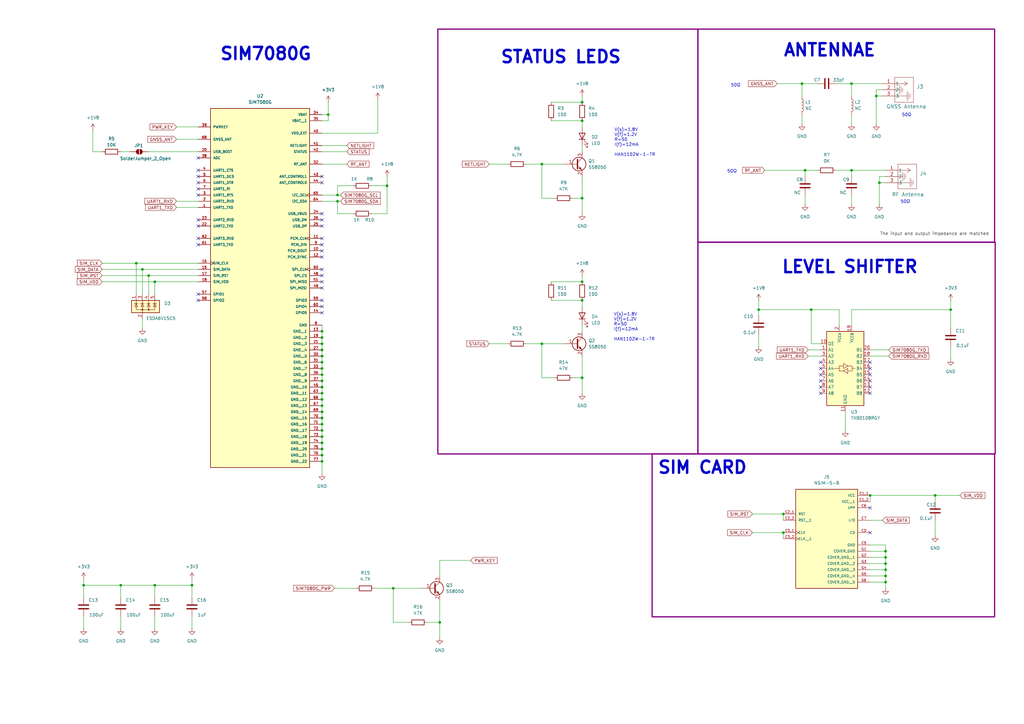
<source format=kicad_sch>
(kicad_sch (version 20231120) (generator "eeschema") (generator_version "8.0")
  (paper "A3")
  (title_block (title "IoT Gateway") (date "2024-10-15") (rev "v0.1.0") (company "Abstract Machines") (comment 1 "Designed By: Jeff Mboya") (comment 2 "Approved By:"))
  (lib_symbols
    (symbol "2024-10-22_09-22-32:CONUFL001-SMD-T" (pin_names (offset 0.254))
      (property "Reference" "J" (at 8.89 6.35 0))
      (property "Value" "CONUFL001-SMD-T" (at 0 0 0))
      (symbol "CONUFL001-SMD-T_1_1"
        (pin unspecified line (at 0 0 0) (length 5.08) (name "1") (number "1"))
        (pin unspecified line (at 0 -2.54 0) (length 5.08) (name "2") (number "2"))
        (pin unspecified line (at 0 -5.08 0) (length 5.08) (name "3") (number "3"))
      )
      (symbol "CONUFL001-SMD-T_1_2"
        (pin unspecified line (at 0 0 0) (length 5.08) (name "1") (number "1"))
        (pin unspecified line (at 0 -2.54 0) (length 5.08) (name "2") (number "2"))
        (pin unspecified line (at 0 -5.08 0) (length 5.08) (name "3") (number "3"))
      )
    )
    (symbol "Device:C" (pin_numbers hide) (pin_names (offset 0.254))
      (property "Reference" "C" (at 0.635 2.54 0))
      (property "Value" "C" (at 0.635 -2.54 0))
      (symbol "C_1_1"
        (pin passive line (at 0 3.81 270) (length 2.794) (name "~") (number "1"))
        (pin passive line (at 0 -3.81 90) (length 2.794) (name "~") (number "2"))
      )
    )
    (symbol "Device:L" (pin_numbers hide) (pin_names (offset 1.016) hide)
      (property "Reference" "L" (at -1.27 0 90))
      (property "Value" "L" (at 1.905 0 90))
      (symbol "L_1_1"
        (pin passive line (at 0 3.81 270) (length 1.27) (name "1") (number "1"))
        (pin passive line (at 0 -3.81 90) (length 1.27) (name "2") (number "2"))
      )
    )
    (symbol "Device:LED" (pin_numbers hide) (pin_names (offset 1.016) hide)
      (property "Reference" "D" (at 0 2.54 0))
      (property "Value" "LED" (at 0 -2.54 0))
      (symbol "LED_1_1"
        (pin passive line (at -3.81 0 0) (length 2.54) (name "K") (number "1"))
        (pin passive line (at 3.81 0 180) (length 2.54) (name "A") (number "2"))
      )
    )
    (symbol "Device:R" (pin_numbers hide) (pin_names (offset 0))
      (property "Reference" "R" (at 2.032 0 90))
      (property "Value" "R" (at 0 0 90))
      (symbol "R_1_1"
        (pin passive line (at 0 3.81 270) (length 1.27) (name "~") (number "1"))
        (pin passive line (at 0 -3.81 90) (length 1.27) (name "~") (number "2"))
      )
    )
    (symbol "Jumper:SolderJumper_2_Open" (pin_numbers hide) (pin_names (offset 0) hide) (exclude_from_sim yes) (in_bom no)
      (property "Reference" "JP" (at 0 2.032 0))
      (property "Value" "SolderJumper_2_Open" (at 0 -2.54 0))
      (symbol "SolderJumper_2_Open_1_1"
        (pin passive line (at -3.81 0 0) (length 2.54) (name "A") (number "1"))
        (pin passive line (at 3.81 0 180) (length 2.54) (name "B") (number "2"))
      )
    )
    (symbol "Logic_LevelTranslator:TXB0108RGY"
      (property "Reference" "U" (at -6.35 16.51 0))
      (property "Value" "TXB0108RGY" (at 3.81 16.51 0))
      (symbol "TXB0108RGY_1_1"
        (pin bidirectional line (at -10.16 7.62 0) (length 2.54) (name "A1") (number "1"))
        (pin input line (at -10.16 10.16 0) (length 2.54) (name "OE") (number "10"))
        (pin power_in line (at 0 -17.78 90) (length 2.54) (name "GND") (number "11"))
        (pin bidirectional line (at 10.16 -10.16 180) (length 2.54) (name "B8") (number "12"))
        (pin bidirectional line (at 10.16 -7.62 180) (length 2.54) (name "B7") (number "13"))
        (pin bidirectional line (at 10.16 -5.08 180) (length 2.54) (name "B6") (number "14"))
        (pin bidirectional line (at 10.16 -2.54 180) (length 2.54) (name "B5") (number "15"))
        (pin bidirectional line (at 10.16 0 180) (length 2.54) (name "B4") (number "16"))
        (pin bidirectional line (at 10.16 2.54 180) (length 2.54) (name "B3") (number "17"))
        (pin bidirectional line (at 10.16 5.08 180) (length 2.54) (name "B2") (number "18"))
        (pin power_in line (at 2.54 17.78 270) (length 2.54) (name "V_{CCB}") (number "19"))
        (pin power_in line (at -2.54 17.78 270) (length 2.54) (name "V_{CCA}") (number "2"))
        (pin bidirectional line (at 10.16 7.62 180) (length 2.54) (name "B1") (number "20"))
        (pin passive line (at 0 -17.78 90) (length 2.54) hide (name "GND") (number "21"))
        (pin bidirectional line (at -10.16 5.08 0) (length 2.54) (name "A2") (number "3"))
        (pin bidirectional line (at -10.16 2.54 0) (length 2.54) (name "A3") (number "4"))
        (pin bidirectional line (at -10.16 0 0) (length 2.54) (name "A4") (number "5"))
        (pin bidirectional line (at -10.16 -2.54 0) (length 2.54) (name "A5") (number "6"))
        (pin bidirectional line (at -10.16 -5.08 0) (length 2.54) (name "A6") (number "7"))
        (pin bidirectional line (at -10.16 -7.62 0) (length 2.54) (name "A7") (number "8"))
        (pin bidirectional line (at -10.16 -10.16 0) (length 2.54) (name "A8") (number "9"))
      )
    )
    (symbol "NSIM-5-B:NSIM-5-B" (pin_names (offset 1.016))
      (property "Reference" "J" (at -12.7 13.462 0))
      (property "Value" "NSIM-5-B" (at -12.7 -30.48 0))
      (symbol "NSIM-5-B_0_0"
        (pin power_in line (at 17.78 10.16 180) (length 5.08) (name "VCC") (number "C1_1"))
        (pin power_in line (at 17.78 7.62 180) (length 5.08) (name "VCC__1") (number "C1_2"))
        (pin input line (at -17.78 2.54 0) (length 5.08) (name "RST") (number "C2_1"))
        (pin input line (at -17.78 0 0) (length 5.08) (name "RST__1") (number "C2_2"))
        (pin input clock (at -17.78 -5.08 0) (length 5.08) (name "CLK") (number "C3_1"))
        (pin input clock (at -17.78 -7.62 0) (length 5.08) (name "CLK__1") (number "C3_2"))
        (pin power_in line (at 17.78 -10.16 180) (length 5.08) (name "GND") (number "C5"))
        (pin power_in line (at 17.78 5.08 180) (length 5.08) (name "VPP") (number "C6"))
        (pin bidirectional line (at 17.78 0 180) (length 5.08) (name "I/O") (number "C7"))
        (pin passive line (at 17.78 -5.08 180) (length 5.08) (name "CD") (number "CD"))
        (pin power_in line (at 17.78 -12.7 180) (length 5.08) (name "COVER_GND") (number "G1"))
        (pin power_in line (at 17.78 -15.24 180) (length 5.08) (name "COVER_GND__1") (number "G2"))
        (pin power_in line (at 17.78 -17.78 180) (length 5.08) (name "COVER_GND__2") (number "G3"))
        (pin power_in line (at 17.78 -20.32 180) (length 5.08) (name "COVER_GND__3") (number "G4"))
        (pin power_in line (at 17.78 -22.86 180) (length 5.08) (name "COVER_GND__4") (number "G5"))
        (pin power_in line (at 17.78 -25.4 180) (length 5.08) (name "COVER_GND__5") (number "G6"))
      )
    )
    (symbol "Power_Protection:ESDA6V1SC5" (pin_names hide)
      (property "Reference" "D" (at 7.62 2.54 0))
      (property "Value" "ESDA6V1SC5" (at 7.62 0.635 0))
      (symbol "ESDA6V1SC5_0_0"
        (pin passive line (at 0 -5.08 90) (length 2.54) (name "A") (number "2"))
      )
      (symbol "ESDA6V1SC5_1_1"
        (pin passive line (at -2.54 5.08 270) (length 2.54) (name "K") (number "1"))
        (pin passive line (at 0 5.08 270) (length 2.54) (name "K") (number "3"))
        (pin passive line (at 2.54 5.08 270) (length 2.54) (name "K") (number "4"))
        (pin passive line (at 5.08 5.08 270) (length 2.54) (name "K") (number "5"))
      )
    )
    (symbol "SIM7080G:SIM7080G" (pin_names (offset 1.016))
      (property "Reference" "U" (at -20.066 44.196 0))
      (property "Value" "SIM7080G" (at -20.066 -105.156 0))
      (symbol "SIM7080G_0_0"
        (pin output line (at -25.4 2.54 0) (length 5.08) (name "UART1_TXD") (number "1"))
        (pin output line (at 25.4 -15.24 180) (length 5.08) (name "PCM_DOUT") (number "10"))
        (pin output clock (at 25.4 -10.16 180) (length 5.08) (name "PCM_CLK") (number "11"))
        (pin output line (at 25.4 -17.78 180) (length 5.08) (name "PCM_SYNC") (number "12"))
        (pin power_in line (at 25.4 -48.26 180) (length 5.08) (name "GND__1") (number "13"))
        (pin bidirectional line (at 25.4 -40.64 180) (length 5.08) (name "GPIO5") (number "14"))
        (pin bidirectional line (at -25.4 -22.86 0) (length 5.08) (name "SIM_DATA") (number "15"))
        (pin output clock (at -25.4 -20.32 0) (length 5.08) (name "SIM_CLK") (number "16"))
        (pin output line (at -25.4 -25.4 0) (length 5.08) (name "SIM_RST") (number "17"))
        (pin output line (at -25.4 -27.94 0) (length 5.08) (name "SIM_VDD") (number "18"))
        (pin power_in line (at 25.4 -50.8 180) (length 5.08) (name "GND__2") (number "19"))
        (pin input line (at -25.4 5.08 0) (length 5.08) (name "UART1_RXD") (number "2"))
        (pin input line (at -25.4 25.4 0) (length 5.08) (name "USB_BOOT") (number "20"))
        (pin power_in line (at 25.4 -53.34 180) (length 5.08) (name "GND__3") (number "21"))
        (pin output line (at -25.4 -5.08 0) (length 5.08) (name "UART2_TXD") (number "22"))
        (pin input line (at -25.4 -2.54 0) (length 5.08) (name "UART2_RXD") (number "23"))
        (pin input line (at 25.4 0 180) (length 5.08) (name "USB_VBUS") (number "24"))
        (pin bidirectional line (at 25.4 -5.08 180) (length 5.08) (name "USB_DP") (number "25"))
        (pin bidirectional line (at 25.4 -2.54 180) (length 5.08) (name "USB_DM") (number "26"))
        (pin power_in line (at 25.4 -55.88 180) (length 5.08) (name "GND__4") (number "27"))
        (pin input line (at -25.4 7.62 0) (length 5.08) (name "UART1_RTS") (number "3"))
        (pin power_in line (at 25.4 -58.42 180) (length 5.08) (name "GND__5") (number "30"))
        (pin power_in line (at 25.4 -60.96 180) (length 5.08) (name "GND__6") (number "31"))
        (pin bidirectional line (at 25.4 20.32 180) (length 5.08) (name "RF_ANT") (number "32"))
        (pin power_in line (at 25.4 -63.5 180) (length 5.08) (name "GND__7") (number "33"))
        (pin power_in line (at 25.4 40.64 180) (length 5.08) (name "VBAT") (number "34"))
        (pin power_in line (at 25.4 38.1 180) (length 5.08) (name "VBAT__1") (number "35"))
        (pin power_in line (at 25.4 -66.04 180) (length 5.08) (name "GND__8") (number "36"))
        (pin power_in line (at 25.4 -68.58 180) (length 5.08) (name "GND__9") (number "37"))
        (pin input line (at -25.4 22.86 0) (length 5.08) (name "ADC") (number "38"))
        (pin input line (at -25.4 35.56 0) (length 5.08) (name "PWRKEY") (number "39"))
        (pin output line (at -25.4 17.78 0) (length 5.08) (name "UART1_CTS") (number "4"))
        (pin output line (at 25.4 33.02 180) (length 5.08) (name "VDD_EXT") (number "40"))
        (pin output line (at 25.4 27.94 180) (length 5.08) (name "NETLIGHT") (number "41"))
        (pin output line (at 25.4 25.4 180) (length 5.08) (name "STATUS") (number "42"))
        (pin bidirectional line (at 25.4 15.24 180) (length 5.08) (name "ANT_CONTROL1") (number "43"))
        (pin output line (at 25.4 12.7 180) (length 5.08) (name "ANT_CONTROL0") (number "44"))
        (pin power_in line (at 25.4 -71.12 180) (length 5.08) (name "GND__10") (number "45"))
        (pin output line (at 25.4 -25.4 180) (length 5.08) (name "SPI_CS") (number "48"))
        (pin output line (at 25.4 -30.48 180) (length 5.08) (name "SPI_MOSI") (number "49"))
        (pin output line (at -25.4 15.24 0) (length 5.08) (name "UART1_DCD") (number "5"))
        (pin output clock (at 25.4 -22.86 180) (length 5.08) (name "SPI_CLK") (number "50"))
        (pin input line (at 25.4 -27.94 180) (length 5.08) (name "SPI_MISO") (number "51"))
        (pin bidirectional line (at -25.4 -33.02 0) (length 5.08) (name "GPIO1") (number "57"))
        (pin bidirectional line (at -25.4 -35.56 0) (length 5.08) (name "GPIO2") (number "58"))
        (pin bidirectional line (at 25.4 -35.56 180) (length 5.08) (name "GPIO3") (number "59"))
        (pin input line (at -25.4 12.7 0) (length 5.08) (name "UART1_DTR") (number "6"))
        (pin bidirectional line (at 25.4 -38.1 180) (length 5.08) (name "GPIO4") (number "60"))
        (pin output line (at -25.4 -12.7 0) (length 5.08) (name "UART3_TXD") (number "61"))
        (pin input line (at -25.4 -10.16 0) (length 5.08) (name "UART3_RXD") (number "62"))
        (pin power_in line (at 25.4 -73.66 180) (length 5.08) (name "GND__11") (number "63"))
        (pin bidirectional line (at 25.4 5.08 180) (length 5.08) (name "I2C_SDA") (number "64"))
        (pin output clock (at 25.4 7.62 180) (length 5.08) (name "I2C_SCL") (number "65"))
        (pin power_in line (at 25.4 -76.2 180) (length 5.08) (name "GND__12") (number "66"))
        (pin power_in line (at 25.4 -78.74 180) (length 5.08) (name "GND__13") (number "67"))
        (pin input line (at -25.4 30.48 0) (length 5.08) (name "GNSS_ANT") (number "68"))
        (pin power_in line (at 25.4 -81.28 180) (length 5.08) (name "GND__14") (number "69"))
        (pin output line (at -25.4 10.16 0) (length 5.08) (name "UART1_RI") (number "7"))
        (pin power_in line (at 25.4 -83.82 180) (length 5.08) (name "GND__15") (number "70"))
        (pin power_in line (at 25.4 -86.36 180) (length 5.08) (name "GND__16") (number "71"))
        (pin power_in line (at 25.4 -88.9 180) (length 5.08) (name "GND__17") (number "72"))
        (pin power_in line (at 25.4 -91.44 180) (length 5.08) (name "GND__18") (number "73"))
        (pin power_in line (at 25.4 -93.98 180) (length 5.08) (name "GND__19") (number "74"))
        (pin power_in line (at 25.4 -96.52 180) (length 5.08) (name "GND__20") (number "75"))
        (pin power_in line (at 25.4 -99.06 180) (length 5.08) (name "GND__21") (number "76"))
        (pin power_in line (at 25.4 -101.6 180) (length 5.08) (name "GND__22") (number "77"))
        (pin power_in line (at 25.4 -45.72 180) (length 5.08) (name "GND") (number "8"))
        (pin input line (at 25.4 -12.7 180) (length 5.08) (name "PCM_DIN") (number "9"))
      )
    )
    (symbol "Transistor_BJT:SS8050" (pin_names (offset 0) hide)
      (property "Reference" "Q" (at 5.08 1.905 0))
      (property "Value" "SS8050" (at 5.08 0 0))
      (symbol "SS8050_1_1"
        (pin input line (at -5.08 0 0) (length 5.715) (name "B") (number "1"))
        (pin passive line (at 2.54 -5.08 90) (length 2.54) (name "E") (number "2"))
        (pin passive line (at 2.54 5.08 270) (length 2.54) (name "C") (number "3"))
      )
    )
    (symbol "power:+1V8" (power) (pin_numbers hide) (pin_names (offset 0) hide)
      (property "Value" "+1V8" (at 0 3.556 0))
      (symbol "+1V8_1_1"
        (pin power_in line (at 0 0 90) (length 0) (name "~") (number "1"))
      )
    )
    (symbol "power:+3V3" (power) (pin_numbers hide) (pin_names (offset 0) hide)
      (property "Value" "+3V3" (at 0 3.556 0))
      (symbol "+3V3_1_1"
        (pin power_in line (at 0 0 90) (length 0) (name "~") (number "1"))
      )
    )
    (symbol "power:GND" (power) (pin_numbers hide) (pin_names (offset 0) hide)
      (property "Value" "GND" (at 0 -3.81 0))
      (symbol "GND_1_1"
        (pin power_in line (at 0 0 270) (length 0) (name "~") (number "1"))
      )
    )
  )
  (junction (at 359.41 39.37))
  (junction (at 60.96 113.03))
  (junction (at 132.08 140.97))
  (junction (at 158.75 76.2))
  (junction (at 363.22 231.14))
  (junction (at 389.89 127))
  (junction (at 132.08 186.69))
  (junction (at 132.08 151.13))
  (junction (at 222.25 140.97))
  (junction (at 238.76 115.57))
  (junction (at 78.74 240.03))
  (junction (at 132.08 189.23))
  (junction (at 180.34 255.27))
  (junction (at 63.5 115.57))
  (junction (at 132.08 168.91))
  (junction (at 138.43 80.01))
  (junction (at 360.68 74.93))
  (junction (at 49.53 240.03))
  (junction (at 132.08 173.99))
  (junction (at 132.08 158.75))
  (junction (at 363.22 233.68))
  (junction (at 349.25 34.29))
  (junction (at 330.2 69.85))
  (junction (at 363.22 238.76))
  (junction (at 134.62 46.99))
  (junction (at 132.08 148.59))
  (junction (at 383.54 203.2))
  (junction (at 132.08 156.21))
  (junction (at 363.22 236.22))
  (junction (at 63.5 240.03))
  (junction (at 132.08 181.61))
  (junction (at 132.08 171.45))
  (junction (at 132.08 163.83))
  (junction (at 238.76 49.53))
  (junction (at 363.22 226.06))
  (junction (at 238.76 81.28))
  (junction (at 222.25 67.31))
  (junction (at 363.22 228.6))
  (junction (at 332.74 127))
  (junction (at 321.31 210.82))
  (junction (at 328.93 34.29))
  (junction (at 132.08 184.15))
  (junction (at 321.31 218.44))
  (junction (at 238.76 41.91))
  (junction (at 138.43 82.55))
  (junction (at 132.08 166.37))
  (junction (at 132.08 143.51))
  (junction (at 238.76 123.19))
  (junction (at 132.08 146.05))
  (junction (at 356.87 203.2))
  (junction (at 349.25 69.85))
  (junction (at 132.08 176.53))
  (junction (at 161.29 241.3))
  (junction (at 132.08 153.67))
  (junction (at 55.88 107.95))
  (junction (at 132.08 161.29))
  (junction (at 238.76 154.94))
  (junction (at 132.08 179.07))
  (junction (at 132.08 138.43))
  (junction (at 132.08 135.89))
  (junction (at 58.42 110.49))
  (junction (at 311.15 127))
  (junction (at 34.29 240.03))
  (no_connect (at 336.55 158.75))
  (no_connect (at 356.87 156.21))
  (no_connect (at 81.28 92.71))
  (no_connect (at 81.28 80.01))
  (no_connect (at 132.08 125.73))
  (no_connect (at 132.08 118.11))
  (no_connect (at 356.87 208.28))
  (no_connect (at 132.08 115.57))
  (no_connect (at 336.55 153.67))
  (no_connect (at 336.55 151.13))
  (no_connect (at 356.87 161.29))
  (no_connect (at 81.28 77.47))
  (no_connect (at 336.55 148.59))
  (no_connect (at 132.08 105.41))
  (no_connect (at 132.08 97.79))
  (no_connect (at 81.28 69.85))
  (no_connect (at 81.28 97.79))
  (no_connect (at 356.87 151.13))
  (no_connect (at 356.87 218.44))
  (no_connect (at 132.08 90.17))
  (no_connect (at 81.28 123.19))
  (no_connect (at 81.28 74.93))
  (no_connect (at 132.08 113.03))
  (no_connect (at 81.28 64.77))
  (no_connect (at 81.28 72.39))
  (no_connect (at 132.08 87.63))
  (no_connect (at 356.87 153.67))
  (no_connect (at 132.08 100.33))
  (no_connect (at 132.08 128.27))
  (no_connect (at 132.08 102.87))
  (no_connect (at 356.87 158.75))
  (no_connect (at 132.08 72.39))
  (no_connect (at 336.55 161.29))
  (no_connect (at 132.08 123.19))
  (no_connect (at 81.28 90.17))
  (no_connect (at 81.28 120.65))
  (no_connect (at 336.55 156.21))
  (no_connect (at 356.87 148.59))
  (no_connect (at 132.08 110.49))
  (no_connect (at 132.08 74.93))
  (no_connect (at 132.08 92.71))
  (no_connect (at 81.28 100.33))
  (wire (pts (xy 363.22 231.14) (xy 363.22 233.68)))
  (wire (pts (xy 238.76 161.29) (xy 238.76 154.94)))
  (wire (pts (xy 58.42 110.49) (xy 58.42 120.65)))
  (wire (pts (xy 132.08 163.83) (xy 132.08 166.37)))
  (wire (pts (xy 356.87 231.14) (xy 363.22 231.14)))
  (wire (pts (xy 389.89 127) (xy 389.89 134.62)))
  (wire (pts (xy 200.66 140.97) (xy 208.28 140.97)))
  (wire (pts (xy 332.74 127) (xy 344.17 127)))
  (wire (pts (xy 60.96 113.03) (xy 60.96 120.65)))
  (wire (pts (xy 63.5 115.57) (xy 81.28 115.57)))
  (wire (pts (xy 49.53 240.03) (xy 34.29 240.03)))
  (wire (pts (xy 63.5 240.03) (xy 63.5 245.11)))
  (wire (pts (xy 364.49 146.05) (xy 356.87 146.05)))
  (wire (pts (xy 142.24 67.31) (xy 132.08 67.31)))
  (wire (pts (xy 332.74 140.97) (xy 332.74 127)))
  (wire (pts (xy 138.43 80.01) (xy 132.08 80.01)))
  (wire (pts (xy 349.25 34.29) (xy 349.25 39.37)))
  (wire (pts (xy 72.39 85.09) (xy 81.28 85.09)))
  (wire (pts (xy 222.25 81.28) (xy 222.25 67.31)))
  (wire (pts (xy 132.08 166.37) (xy 132.08 168.91)))
  (wire (pts (xy 336.55 140.97) (xy 332.74 140.97)))
  (wire (pts (xy 153.67 241.3) (xy 161.29 241.3)))
  (wire (pts (xy 359.41 39.37) (xy 359.41 50.8)))
  (wire (pts (xy 132.08 179.07) (xy 132.08 181.61)))
  (wire (pts (xy 238.76 133.35) (xy 238.76 135.89)))
  (wire (pts (xy 63.5 257.81) (xy 63.5 252.73)))
  (wire (pts (xy 344.17 127) (xy 344.17 133.35)))
  (wire (pts (xy 167.64 255.27) (xy 161.29 255.27)))
  (wire (pts (xy 308.61 218.44) (xy 321.31 218.44)))
  (wire (pts (xy 132.08 189.23) (xy 132.08 194.31)))
  (wire (pts (xy 142.24 59.69) (xy 132.08 59.69)))
  (wire (pts (xy 349.25 127) (xy 389.89 127)))
  (wire (pts (xy 222.25 154.94) (xy 222.25 140.97)))
  (wire (pts (xy 158.75 87.63) (xy 158.75 76.2)))
  (wire (pts (xy 132.08 146.05) (xy 132.08 148.59)))
  (wire (pts (xy 330.2 80.01) (xy 330.2 83.82)))
  (wire (pts (xy 356.87 223.52) (xy 363.22 223.52)))
  (wire (pts (xy 356.87 233.68) (xy 363.22 233.68)))
  (wire (pts (xy 331.47 143.51) (xy 336.55 143.51)))
  (wire (pts (xy 349.25 80.01) (xy 349.25 83.82)))
  (wire (pts (xy 55.88 107.95) (xy 55.88 120.65)))
  (wire (pts (xy 349.25 34.29) (xy 361.95 34.29)))
  (wire (pts (xy 346.71 168.91) (xy 346.71 176.53)))
  (wire (pts (xy 356.87 236.22) (xy 363.22 236.22)))
  (wire (pts (xy 152.4 87.63) (xy 158.75 87.63)))
  (wire (pts (xy 311.15 127) (xy 311.15 129.54)))
  (wire (pts (xy 137.16 241.3) (xy 146.05 241.3)))
  (wire (pts (xy 364.49 143.51) (xy 356.87 143.51)))
  (wire (pts (xy 363.22 72.39) (xy 360.68 72.39)))
  (wire (pts (xy 138.43 87.63) (xy 138.43 82.55)))
  (wire (pts (xy 356.87 238.76) (xy 363.22 238.76)))
  (wire (pts (xy 38.1 62.23) (xy 41.91 62.23)))
  (wire (pts (xy 58.42 130.81) (xy 58.42 134.62)))
  (wire (pts (xy 60.96 62.23) (xy 81.28 62.23)))
  (wire (pts (xy 132.08 176.53) (xy 132.08 179.07)))
  (wire (pts (xy 139.7 82.55) (xy 138.43 82.55)))
  (wire (pts (xy 349.25 69.85) (xy 363.22 69.85)))
  (wire (pts (xy 226.06 115.57) (xy 238.76 115.57)))
  (wire (pts (xy 349.25 46.99) (xy 349.25 50.8)))
  (wire (pts (xy 132.08 186.69) (xy 132.08 189.23)))
  (wire (pts (xy 49.53 240.03) (xy 49.53 245.11)))
  (wire (pts (xy 356.87 226.06) (xy 363.22 226.06)))
  (wire (pts (xy 361.95 213.36) (xy 356.87 213.36)))
  (wire (pts (xy 161.29 255.27) (xy 161.29 241.3)))
  (wire (pts (xy 226.06 41.91) (xy 238.76 41.91)))
  (wire (pts (xy 330.2 69.85) (xy 335.28 69.85)))
  (wire (pts (xy 227.33 81.28) (xy 222.25 81.28)))
  (wire (pts (xy 215.9 140.97) (xy 222.25 140.97)))
  (wire (pts (xy 132.08 140.97) (xy 132.08 143.51)))
  (wire (pts (xy 134.62 41.91) (xy 134.62 46.99)))
  (wire (pts (xy 226.06 49.53) (xy 238.76 49.53)))
  (wire (pts (xy 60.96 113.03) (xy 81.28 113.03)))
  (wire (pts (xy 359.41 39.37) (xy 361.95 39.37)))
  (wire (pts (xy 363.22 223.52) (xy 363.22 226.06)))
  (wire (pts (xy 78.74 237.49) (xy 78.74 240.03)))
  (wire (pts (xy 132.08 138.43) (xy 132.08 140.97)))
  (wire (pts (xy 132.08 158.75) (xy 132.08 161.29)))
  (wire (pts (xy 53.34 62.23) (xy 49.53 62.23)))
  (wire (pts (xy 342.9 34.29) (xy 349.25 34.29)))
  (wire (pts (xy 234.95 154.94) (xy 238.76 154.94)))
  (wire (pts (xy 142.24 62.23) (xy 132.08 62.23)))
  (wire (pts (xy 331.47 146.05) (xy 336.55 146.05)))
  (wire (pts (xy 132.08 153.67) (xy 132.08 156.21)))
  (wire (pts (xy 49.53 257.81) (xy 49.53 252.73)))
  (wire (pts (xy 363.22 228.6) (xy 363.22 231.14)))
  (wire (pts (xy 227.33 154.94) (xy 222.25 154.94)))
  (wire (pts (xy 152.4 76.2) (xy 158.75 76.2)))
  (wire (pts (xy 34.29 240.03) (xy 34.29 245.11)))
  (wire (pts (xy 132.08 171.45) (xy 132.08 173.99)))
  (wire (pts (xy 215.9 67.31) (xy 222.25 67.31)))
  (wire (pts (xy 34.29 237.49) (xy 34.29 240.03)))
  (wire (pts (xy 132.08 181.61) (xy 132.08 184.15)))
  (wire (pts (xy 363.22 238.76) (xy 363.22 241.3)))
  (wire (pts (xy 132.08 151.13) (xy 132.08 153.67)))
  (wire (pts (xy 383.54 203.2) (xy 393.7 203.2)))
  (wire (pts (xy 132.08 161.29) (xy 132.08 163.83)))
  (wire (pts (xy 328.93 34.29) (xy 335.28 34.29)))
  (wire (pts (xy 132.08 133.35) (xy 132.08 135.89)))
  (wire (pts (xy 311.15 127) (xy 332.74 127)))
  (wire (pts (xy 72.39 82.55) (xy 81.28 82.55)))
  (wire (pts (xy 238.76 154.94) (xy 238.76 146.05)))
  (wire (pts (xy 222.25 140.97) (xy 231.14 140.97)))
  (wire (pts (xy 78.74 240.03) (xy 63.5 240.03)))
  (wire (pts (xy 238.76 113.03) (xy 238.76 115.57)))
  (wire (pts (xy 321.31 218.44) (xy 321.31 220.98)))
  (wire (pts (xy 139.7 80.01) (xy 138.43 80.01)))
  (wire (pts (xy 361.95 36.83) (xy 359.41 36.83)))
  (wire (pts (xy 328.93 46.99) (xy 328.93 50.8)))
  (wire (pts (xy 200.66 67.31) (xy 208.28 67.31)))
  (wire (pts (xy 238.76 49.53) (xy 238.76 52.07)))
  (wire (pts (xy 158.75 76.2) (xy 158.75 72.39)))
  (wire (pts (xy 383.54 213.36) (xy 383.54 219.71)))
  (wire (pts (xy 308.61 210.82) (xy 321.31 210.82)))
  (wire (pts (xy 389.89 123.19) (xy 389.89 127)))
  (wire (pts (xy 360.68 74.93) (xy 360.68 83.82)))
  (wire (pts (xy 318.77 34.29) (xy 328.93 34.29)))
  (wire (pts (xy 132.08 49.53) (xy 134.62 49.53)))
  (wire (pts (xy 226.06 123.19) (xy 238.76 123.19)))
  (wire (pts (xy 238.76 87.63) (xy 238.76 81.28)))
  (wire (pts (xy 342.9 69.85) (xy 349.25 69.85)))
  (wire (pts (xy 63.5 240.03) (xy 49.53 240.03)))
  (wire (pts (xy 363.22 236.22) (xy 363.22 238.76)))
  (wire (pts (xy 363.22 233.68) (xy 363.22 236.22)))
  (wire (pts (xy 330.2 69.85) (xy 330.2 72.39)))
  (wire (pts (xy 356.87 228.6) (xy 363.22 228.6)))
  (wire (pts (xy 363.22 226.06) (xy 363.22 228.6)))
  (wire (pts (xy 180.34 261.62) (xy 180.34 255.27)))
  (wire (pts (xy 63.5 115.57) (xy 63.5 120.65)))
  (wire (pts (xy 132.08 156.21) (xy 132.08 158.75)))
  (wire (pts (xy 161.29 241.3) (xy 172.72 241.3)))
  (wire (pts (xy 154.94 54.61) (xy 154.94 40.64)))
  (wire (pts (xy 349.25 133.35) (xy 349.25 127)))
  (wire (pts (xy 78.74 257.81) (xy 78.74 252.73)))
  (wire (pts (xy 132.08 173.99) (xy 132.08 176.53)))
  (wire (pts (xy 356.87 203.2) (xy 383.54 203.2)))
  (wire (pts (xy 360.68 74.93) (xy 363.22 74.93)))
  (wire (pts (xy 238.76 39.37) (xy 238.76 41.91)))
  (wire (pts (xy 238.76 59.69) (xy 238.76 62.23)))
  (wire (pts (xy 132.08 54.61) (xy 154.94 54.61)))
  (wire (pts (xy 38.1 53.34) (xy 38.1 62.23)))
  (wire (pts (xy 132.08 46.99) (xy 134.62 46.99)))
  (wire (pts (xy 383.54 203.2) (xy 383.54 205.74)))
  (wire (pts (xy 234.95 81.28) (xy 238.76 81.28)))
  (wire (pts (xy 313.69 69.85) (xy 330.2 69.85)))
  (wire (pts (xy 72.39 52.07) (xy 81.28 52.07)))
  (wire (pts (xy 34.29 252.73) (xy 34.29 257.81)))
  (wire (pts (xy 360.68 72.39) (xy 360.68 74.93)))
  (wire (pts (xy 41.91 110.49) (xy 58.42 110.49)))
  (wire (pts (xy 321.31 210.82) (xy 321.31 213.36)))
  (wire (pts (xy 311.15 137.16) (xy 311.15 142.24)))
  (wire (pts (xy 311.15 123.19) (xy 311.15 127)))
  (wire (pts (xy 41.91 107.95) (xy 55.88 107.95)))
  (wire (pts (xy 132.08 143.51) (xy 132.08 146.05)))
  (wire (pts (xy 78.74 245.11) (xy 78.74 240.03)))
  (wire (pts (xy 349.25 69.85) (xy 349.25 72.39)))
  (wire (pts (xy 144.78 76.2) (xy 138.43 76.2)))
  (wire (pts (xy 180.34 229.87) (xy 193.04 229.87)))
  (wire (pts (xy 41.91 113.03) (xy 60.96 113.03)))
  (wire (pts (xy 138.43 82.55) (xy 132.08 82.55)))
  (wire (pts (xy 72.39 57.15) (xy 81.28 57.15)))
  (wire (pts (xy 180.34 255.27) (xy 180.34 246.38)))
  (wire (pts (xy 138.43 76.2) (xy 138.43 80.01)))
  (wire (pts (xy 132.08 184.15) (xy 132.08 186.69)))
  (wire (pts (xy 356.87 203.2) (xy 356.87 205.74)))
  (wire (pts (xy 132.08 148.59) (xy 132.08 151.13)))
  (wire (pts (xy 55.88 107.95) (xy 81.28 107.95)))
  (wire (pts (xy 222.25 67.31) (xy 231.14 67.31)))
  (wire (pts (xy 328.93 34.29) (xy 328.93 39.37)))
  (wire (pts (xy 389.89 142.24) (xy 389.89 147.32)))
  (wire (pts (xy 41.91 115.57) (xy 63.5 115.57)))
  (wire (pts (xy 58.42 110.49) (xy 81.28 110.49)))
  (wire (pts (xy 132.08 135.89) (xy 132.08 138.43)))
  (wire (pts (xy 238.76 123.19) (xy 238.76 125.73)))
  (wire (pts (xy 238.76 81.28) (xy 238.76 72.39)))
  (wire (pts (xy 144.78 87.63) (xy 138.43 87.63)))
  (wire (pts (xy 180.34 236.22) (xy 180.34 229.87)))
  (wire (pts (xy 134.62 49.53) (xy 134.62 46.99)))
  (wire (pts (xy 132.08 168.91) (xy 132.08 171.45)))
  (wire (pts (xy 359.41 36.83) (xy 359.41 39.37)))
  (wire (pts (xy 175.26 255.27) (xy 180.34 255.27)))
  (rectangle (start 286.258 11.938) (end 407.924 99.314) (stroke (width 0.5) (color 132 0 132 1)))
  (rectangle (start 286.258 99.314) (end 408.178 186.182) (stroke (width 0.5) (color 132 0 132 1)))
  (rectangle (start 179.578 11.938) (end 286.258 186.182) (stroke (width 0.5) (color 132 0 132 1)))
  (rectangle (start 267.462 186.182) (end 407.924 252.984) (stroke (width 0.5) (color 132 0 132 1)))
  (text "V(s)=1.8V\nV(f)=1.2V\nR=50\nI(f)=12mA\n\nHAN1102W-1-TR" (at 251.714 134.112 0) (effects (font (size 1.27 1.27)) (justify left)))
  (text "50Ω" (at 298.196 70.358 0) (effects (font (size 1.27 1.27)) (justify left)))
  (text "LEVEL SHIFTER\n" (at 320.294 112.522 0) (effects (font (size 5 5) (thickness 1) (bold yes)) (justify left bottom)))
  (text "ANTENNAE\n" (at 321.056 23.622 0) (effects (font (size 5 5) (thickness 1) (bold yes)) (justify left bottom)))
  (text "SIM7080G" (at 89.916 25.146 0) (effects (font (size 5 5) (thickness 1) (bold yes)) (justify left bottom)))
  (text "SIM CARD\n" (at 269.494 194.818 0) (effects (font (size 5 5) (thickness 1) (bold yes)) (justify left bottom)))
  (text "V(s)=1.8V\nV(f)=1.2V\nR=50\nI(f)=12mA\n\nHAN1102W-1-TR" (at 251.968 58.42 0) (effects (font (size 1.27 1.27)) (justify left)))
  (text "The input and output impedance are matched\n" (at 360.934 96.012 0) (effects (font (size 1.27 1.27)) (justify left)))
  (text "50Ω" (at 299.72 35.052 0) (effects (font (size 1.27 1.27)) (justify left)))
  (text "STATUS LEDS\n" (at 204.978 26.416 0) (effects (font (size 5 5) (thickness 1) (bold yes)) (justify left bottom)))
  (text "50Ω" (at 369.824 47.244 0) (effects (font (size 1.27 1.27)) (justify left)))
  (text "50Ω" (at 369.316 82.804 0) (effects (font (size 1.27 1.27)) (justify left)))
  (global_label "SIM7080G_SDA" (shape input) (at 139.7 82.55 0) (property "Intersheetrefs" "${INTERSHEET_REFS}" (effects (hide yes))))
  (global_label "STATUS" (shape input) (at 142.24 62.23 0) (property "Intersheetrefs" "${INTERSHEET_REFS}" (effects (hide yes))))
  (global_label "NETLIGHT" (shape input) (at 142.24 59.69 0) (property "Intersheetrefs" "${INTERSHEET_REFS}" (effects (hide yes))))
  (global_label "SIM_RST" (shape input) (at 41.91 113.03 180) (property "Intersheetrefs" "${INTERSHEET_REFS}" (effects (hide yes))))
  (global_label "SIM_DATA" (shape input) (at 361.95 213.36 0) (property "Intersheetrefs" "${INTERSHEET_REFS}" (effects (hide yes))))
  (global_label "SIM7080G_TXD" (shape input) (at 364.49 143.51 0) (property "Intersheetrefs" "${INTERSHEET_REFS}" (effects (hide yes))))
  (global_label "SIM_VDD" (shape input) (at 41.91 115.57 180) (property "Intersheetrefs" "${INTERSHEET_REFS}" (effects (hide yes))))
  (global_label "SIM7080G_PWR" (shape input) (at 137.16 241.3 180) (property "Intersheetrefs" "${INTERSHEET_REFS}" (effects (hide yes))))
  (global_label "SIM_DATA" (shape input) (at 41.91 110.49 180) (property "Intersheetrefs" "${INTERSHEET_REFS}" (effects (hide yes))))
  (global_label "SIM7080G_RXD" (shape input) (at 364.49 146.05 0) (property "Intersheetrefs" "${INTERSHEET_REFS}" (effects (hide yes))))
  (global_label "GNSS_ANT" (shape input) (at 72.39 57.15 180) (property "Intersheetrefs" "${INTERSHEET_REFS}" (effects (hide yes))))
  (global_label "RF_ANT" (shape input) (at 313.69 69.85 180) (property "Intersheetrefs" "${INTERSHEET_REFS}" (effects (hide yes))))
  (global_label "UART1_RXD" (shape input) (at 331.47 146.05 180) (property "Intersheetrefs" "${INTERSHEET_REFS}" (effects (hide yes))))
  (global_label "NETLIGHT" (shape input) (at 200.66 67.31 180) (property "Intersheetrefs" "${INTERSHEET_REFS}" (effects (hide yes))))
  (global_label "STATUS" (shape input) (at 200.66 140.97 180) (property "Intersheetrefs" "${INTERSHEET_REFS}" (effects (hide yes))))
  (global_label "SIM_CLK" (shape input) (at 308.61 218.44 180) (property "Intersheetrefs" "${INTERSHEET_REFS}" (effects (hide yes))))
  (global_label "PWR_KEY" (shape input) (at 72.39 52.07 180) (property "Intersheetrefs" "${INTERSHEET_REFS}" (effects (hide yes))))
  (global_label "SIM_CLK" (shape input) (at 41.91 107.95 180) (property "Intersheetrefs" "${INTERSHEET_REFS}" (effects (hide yes))))
  (global_label "SIM_RST" (shape input) (at 308.61 210.82 180) (property "Intersheetrefs" "${INTERSHEET_REFS}" (effects (hide yes))))
  (global_label "SIM_VDD" (shape input) (at 393.7 203.2 0) (property "Intersheetrefs" "${INTERSHEET_REFS}" (effects (hide yes))))
  (global_label "UART1_RXD" (shape input) (at 72.39 82.55 180) (property "Intersheetrefs" "${INTERSHEET_REFS}" (effects (hide yes))))
  (global_label "UART1_TXD" (shape input) (at 331.47 143.51 180) (property "Intersheetrefs" "${INTERSHEET_REFS}" (effects (hide yes))))
  (global_label "GNSS_ANT" (shape input) (at 318.77 34.29 180) (property "Intersheetrefs" "${INTERSHEET_REFS}" (effects (hide yes))))
  (global_label "SIM7080G_SCL" (shape input) (at 139.7 80.01 0) (property "Intersheetrefs" "${INTERSHEET_REFS}" (effects (hide yes))))
  (global_label "UART1_TXD" (shape input) (at 72.39 85.09 180) (property "Intersheetrefs" "${INTERSHEET_REFS}" (effects (hide yes))))
  (global_label "PWR_KEY" (shape input) (at 193.04 229.87 0) (property "Intersheetrefs" "${INTERSHEET_REFS}" (effects (hide yes))))
  (global_label "RF_ANT" (shape input) (at 142.24 67.31 0) (property "Intersheetrefs" "${INTERSHEET_REFS}" (effects (hide yes))))
  (symbol (lib_id "Device:L") (at 328.93 43.18 0) (unit 1) (in_bom no) (on_board no)
    (property "Reference" "L1" (at 330.2 41.9099 0) (effects (justify left)))
    (property "Value" "NC" (at 330.2 44.4499 0) (effects (justify left)))
    (property "Description" "Inductor" (effects (hide yes)))
  )
  (symbol (lib_id "power:GND") (at 34.29 257.81 0) (unit 1)
    (property "Reference" "#PWR038" (effects (hide yes)))
    (property "Value" "GND" (at 34.29 262.89 0))
    (property "Description" "Power symbol creates a global label with name \"GND\" , ground" (effects (hide yes)))
  )
  (symbol (lib_id "NSIM-5-B:NSIM-5-B") (at 339.09 213.36 0) (unit 1)
    (property "Reference" "J5" (at 339.09 195.58 0))
    (property "Value" "NSIM-5-B" (at 339.09 198.12 0))
    (property "Footprint" "NSIM_5_B:CUI_NSIM-5-B" (effects (hide yes)))
    (property "PARTREV" "1.0" (effects (hide yes)))
    (property "STANDARD" "Manufacturer Recommendations" (effects (hide yes)))
    (property "MAXIMUM_PACKAGE_HEIGHT" "1.5mm" (effects (hide yes)))
    (property "MANUFACTURER" "CUI Devices" (effects (hide yes)))
  )
  (symbol (lib_id "power:GND") (at 180.34 261.62 0) (unit 1)
    (property "Reference" "#PWR042" (effects (hide yes)))
    (property "Value" "GND" (at 180.34 266.7 0))
    (property "Description" "Power symbol creates a global label with name \"GND\" , ground" (effects (hide yes)))
  )
  (symbol (lib_id "power:GND") (at 238.76 87.63 0) (unit 1)
    (property "Reference" "#PWR025" (effects (hide yes)))
    (property "Value" "GND" (at 238.76 92.71 0))
    (property "Description" "Power symbol creates a global label with name \"GND\" , ground" (effects (hide yes)))
  )
  (symbol (lib_id "power:+3V3") (at 134.62 41.91 0) (unit 1)
    (property "Reference" "#PWR044" (effects (hide yes)))
    (property "Value" "+3V3" (at 134.62 36.83 0))
    (property "Description" "Power symbol creates a global label with name \"+3V3\"" (effects (hide yes)))
  )
  (symbol (lib_id "Device:L") (at 349.25 43.18 0) (unit 1) (in_bom no) (on_board no)
    (property "Reference" "L2" (at 350.52 41.9099 0) (effects (justify left)))
    (property "Value" "NC" (at 350.52 44.4499 0) (effects (justify left)))
    (property "Description" "Inductor" (effects (hide yes)))
  )
  (symbol (lib_id "power:GND") (at 349.25 50.8 0) (unit 1)
    (property "Reference" "#PWR018" (effects (hide yes)))
    (property "Value" "GND" (at 349.25 55.88 0))
    (property "Description" "Power symbol creates a global label with name \"GND\" , ground" (effects (hide yes)))
  )
  (symbol (lib_id "power:GND") (at 346.71 176.53 0) (unit 1)
    (property "Reference" "#PWR033" (effects (hide yes)))
    (property "Value" "GND" (at 346.71 181.61 0))
    (property "Description" "Power symbol creates a global label with name \"GND\" , ground" (effects (hide yes)))
  )
  (symbol (lib_id "Device:LED") (at 238.76 55.88 90) (unit 1)
    (property "Reference" "D2" (at 242.57 56.1974 90) (effects (justify right)))
    (property "Value" "LED" (at 242.57 58.7374 90) (effects (justify right)))
    (property "Footprint" "LED_SMD:LED_1206_3216Metric" (effects (hide yes)))
    (property "Description" "Light emitting diode" (effects (hide yes)))
  )
  (symbol (lib_id "Transistor_BJT:SS8050") (at 236.22 67.31 0) (unit 1)
    (property "Reference" "Q1" (at 241.3 66.0399 0) (effects (justify left)))
    (property "Value" "SS8050" (at 241.3 68.5799 0) (effects (justify left)))
    (property "Footprint" "Package_TO_SOT_SMD:SOT-23" (effects (hide yes)))
    (property "Datasheet" "http://www.secosgmbh.com/datasheet/products/SSMPTransistor/SOT-23/SS8050.pdf" (effects (hide yes)))
    (property "Description" "General Purpose NPN Transistor, 1.5A Ic, 25V Vce, SOT-23" (effects (hide yes)))
  )
  (symbol (lib_id "power:GND") (at 49.53 257.81 0) (unit 1)
    (property "Reference" "#PWR039" (effects (hide yes)))
    (property "Value" "GND" (at 49.53 262.89 0))
    (property "Description" "Power symbol creates a global label with name \"GND\" , ground" (effects (hide yes)))
  )
  (symbol (lib_id "Device:R") (at 238.76 45.72 0) (unit 1)
    (property "Reference" "R4" (at 241.3 44.4499 0) (effects (justify left)))
    (property "Value" "100" (at 241.3 46.9899 0) (effects (justify left)))
    (property "Footprint" "Resistor_SMD:R_0603_1608Metric" (effects (hide yes)))
    (property "Description" "Resistor" (effects (hide yes)))
  )
  (symbol (lib_id "power:+1V8") (at 311.15 123.19 0) (unit 1)
    (property "Reference" "#PWR027" (effects (hide yes)))
    (property "Value" "+1V8" (at 311.15 118.11 0))
    (property "Description" "Power symbol creates a global label with name \"+1V8\"" (effects (hide yes)))
  )
  (symbol (lib_id "power:GND") (at 389.89 147.32 0) (unit 1)
    (property "Reference" "#PWR031" (effects (hide yes)))
    (property "Value" "GND" (at 389.89 152.4 0))
    (property "Description" "Power symbol creates a global label with name \"GND\" , ground" (effects (hide yes)))
  )
  (symbol (lib_id "power:+3V3") (at 78.74 237.49 0) (unit 1)
    (property "Reference" "#PWR043" (effects (hide yes)))
    (property "Value" "+3V3" (at 78.74 232.41 0))
    (property "Description" "Power symbol creates a global label with name \"+3V3\"" (effects (hide yes)))
  )
  (symbol (lib_id "power:GND") (at 363.22 241.3 0) (unit 1)
    (property "Reference" "#PWR037" (effects (hide yes)))
    (property "Value" "GND" (at 363.22 246.38 0))
    (property "Description" "Power symbol creates a global label with name \"GND\" , ground" (effects (hide yes)))
  )
  (symbol (lib_id "power:GND") (at 349.25 83.82 0) (unit 1)
    (property "Reference" "#PWR023" (effects (hide yes)))
    (property "Value" "GND" (at 349.25 88.9 0))
    (property "Description" "Power symbol creates a global label with name \"GND\" , ground" (effects (hide yes)))
  )
  (symbol (lib_id "2024-10-22_09-22-32:CONUFL001-SMD-T") (at 361.95 34.29 0) (unit 1)
    (property "Reference" "J3" (at 375.92 35.5599 0) (effects (font (size 1.524 1.524)) (justify left)))
    (property "Value" "GNSS Antenna" (at 363.474 43.688 0) (effects (font (size 1.524 1.524)) (justify left)))
    (property "Footprint" "CONUFL001_SMD_T:CONN1_CONUFL_TEC" (effects (hide yes)))
    (property "Datasheet" "CONUFL001-SMD-T" (effects (hide yes)))
  )
  (symbol (lib_id "Device:C") (at 383.54 209.55 0) (unit 1)
    (property "Reference" "C12" (at 379.984 207.01 0) (effects (justify left)))
    (property "Value" "0.1uF" (at 377.19 212.598 0) (effects (justify left)))
    (property "Footprint" "Capacitor_SMD:C_0603_1608Metric" (effects (hide yes)))
    (property "Description" "Unpolarized capacitor" (effects (hide yes)))
  )
  (symbol (lib_id "power:GND") (at 359.41 50.8 0) (unit 1)
    (property "Reference" "#PWR019" (effects (hide yes)))
    (property "Value" "GND" (at 359.41 55.88 0))
    (property "Description" "Power symbol creates a global label with name \"GND\" , ground" (effects (hide yes)))
  )
  (symbol (lib_id "Device:R") (at 231.14 81.28 270) (unit 1)
    (property "Reference" "R9" (at 231.14 74.93 90))
    (property "Value" "47K" (at 231.14 77.47 90))
    (property "Footprint" "Resistor_SMD:R_0603_1608Metric" (effects (hide yes)))
    (property "Description" "Resistor" (effects (hide yes)))
  )
  (symbol (lib_id "Transistor_BJT:SS8050") (at 236.22 140.97 0) (unit 1)
    (property "Reference" "Q2" (at 241.3 139.6999 0) (effects (justify left)))
    (property "Value" "SS8050" (at 241.3 142.2399 0) (effects (justify left)))
    (property "Footprint" "Package_TO_SOT_SMD:SOT-23" (effects (hide yes)))
    (property "Datasheet" "http://www.secosgmbh.com/datasheet/products/SSMPTransistor/SOT-23/SS8050.pdf" (effects (hide yes)))
    (property "Description" "General Purpose NPN Transistor, 1.5A Ic, 25V Vce, SOT-23" (effects (hide yes)))
  )
  (symbol (lib_id "Transistor_BJT:SS8050") (at 177.8 241.3 0) (unit 1)
    (property "Reference" "Q3" (at 182.88 240.0299 0) (effects (justify left)))
    (property "Value" "SS8050" (at 182.88 242.5699 0) (effects (justify left)))
    (property "Footprint" "Package_TO_SOT_SMD:SOT-23" (effects (hide yes)))
    (property "Datasheet" "http://www.secosgmbh.com/datasheet/products/SSMPTransistor/SOT-23/SS8050.pdf" (effects (hide yes)))
    (property "Description" "General Purpose NPN Transistor, 1.5A Ic, 25V Vce, SOT-23" (effects (hide yes)))
  )
  (symbol (lib_id "Device:C") (at 63.5 248.92 0) (unit 1)
    (property "Reference" "C15" (at 65.532 246.126 0) (effects (justify left)))
    (property "Value" "100uF" (at 65.786 252.222 0) (effects (justify left)))
    (property "Footprint" "Capacitor_SMD:C_1206_3216Metric" (effects (hide yes)))
    (property "Description" "Unpolarized capacitor" (effects (hide yes)))
  )
  (symbol (lib_id "Device:R") (at 149.86 241.3 270) (unit 1)
    (property "Reference" "R15" (at 149.86 234.95 90))
    (property "Value" "4.7K" (at 149.86 237.49 90))
    (property "Footprint" "Resistor_SMD:R_0603_1608Metric" (effects (hide yes)))
    (property "Description" "Resistor" (effects (hide yes)))
  )
  (symbol (lib_id "Device:R") (at 339.09 69.85 270) (unit 1)
    (property "Reference" "R7" (at 339.09 63.5 90))
    (property "Value" "0K" (at 339.09 66.04 90))
    (property "Footprint" "Resistor_SMD:R_0603_1608Metric" (effects (hide yes)))
    (property "Description" "Resistor" (effects (hide yes)))
  )
  (symbol (lib_id "power:GND") (at 238.76 161.29 0) (unit 1)
    (property "Reference" "#PWR032" (effects (hide yes)))
    (property "Value" "GND" (at 238.76 166.37 0))
    (property "Description" "Power symbol creates a global label with name \"GND\" , ground" (effects (hide yes)))
  )
  (symbol (lib_id "Device:C") (at 389.89 138.43 0) (unit 1)
    (property "Reference" "C11" (at 391.922 135.636 0) (effects (justify left)))
    (property "Value" "0.1uF" (at 392.176 141.732 0) (effects (justify left)))
    (property "Footprint" "Capacitor_SMD:C_0603_1608Metric" (effects (hide yes)))
    (property "Description" "Unpolarized capacitor" (effects (hide yes)))
  )
  (symbol (lib_id "power:GND") (at 132.08 194.31 0) (unit 1)
    (property "Reference" "#PWR034" (effects (hide yes)))
    (property "Value" "GND" (at 132.08 199.39 0))
    (property "Description" "Power symbol creates a global label with name \"GND\" , ground" (effects (hide yes)))
  )
  (symbol (lib_id "Jumper:SolderJumper_2_Open") (at 57.15 62.23 0) (unit 1) (exclude_from_sim yes) (in_bom no)
    (property "Reference" "JP1" (at 56.896 59.69 0))
    (property "Value" "SolderJumper_2_Open" (at 59.69 65.024 0))
    (property "Footprint" "Jumper:SolderJumper-2_P1.3mm_Open_RoundedPad1.0x1.5mm" (effects (hide yes)))
    (property "Description" "Solder Jumper, 2-pole, open" (effects (hide yes)))
  )
  (symbol (lib_id "power:GND") (at 58.42 134.62 0) (unit 1)
    (property "Reference" "#PWR029" (effects (hide yes)))
    (property "Value" "GND" (at 58.42 139.7 0))
    (property "Description" "Power symbol creates a global label with name \"GND\" , ground" (effects (hide yes)))
  )
  (symbol (lib_id "Device:R") (at 231.14 154.94 270) (unit 1)
    (property "Reference" "R14" (at 231.14 148.59 90))
    (property "Value" "47K" (at 231.14 151.13 90))
    (property "Footprint" "Resistor_SMD:R_0603_1608Metric" (effects (hide yes)))
    (property "Description" "Resistor" (effects (hide yes)))
  )
  (symbol (lib_id "Device:C") (at 330.2 76.2 0) (unit 1) (in_bom no) (on_board no)
    (property "Reference" "C8" (at 326.644 73.66 0) (effects (justify left)))
    (property "Value" "NC" (at 325.628 78.994 0) (effects (justify left)))
    (property "Footprint" "Resistor_SMD:R_0603_1608Metric" (effects (hide yes)))
    (property "Description" "Unpolarized capacitor" (effects (hide yes)))
  )
  (symbol (lib_id "Device:R") (at 226.06 119.38 0) (unit 1)
    (property "Reference" "R11" (at 228.6 118.1099 0) (effects (justify left)))
    (property "Value" "100" (at 228.6 120.6499 0) (effects (justify left)))
    (property "Footprint" "Resistor_SMD:R_0603_1608Metric" (effects (hide yes)))
    (property "Description" "Resistor" (effects (hide yes)))
  )
  (symbol (lib_id "SIM7080G:SIM7080G") (at 106.68 87.63 0) (unit 1)
    (property "Reference" "U2" (at 106.68 39.37 0))
    (property "Value" "SIM7080G" (at 106.68 41.91 0))
    (property "Footprint" "SIM7080G:XCVR_SIM7080G" (effects (hide yes)))
    (property "PARTREV" "1.04" (effects (hide yes)))
    (property "STANDARD" "Manufacturer Recommendation" (effects (hide yes)))
    (property "MAXIMUM_PACKAGE_HEIGHT" "2.6 mm" (effects (hide yes)))
    (property "MANUFACTURER" "SIMCOM" (effects (hide yes)))
  )
  (symbol (lib_id "Device:C") (at 49.53 248.92 0) (unit 1)
    (property "Reference" "C14" (at 51.562 246.126 0) (effects (justify left)))
    (property "Value" "100uF" (at 51.816 252.222 0) (effects (justify left)))
    (property "Footprint" "Capacitor_SMD:C_1206_3216Metric" (effects (hide yes)))
    (property "Description" "Unpolarized capacitor" (effects (hide yes)))
  )
  (symbol (lib_id "Device:R") (at 212.09 140.97 270) (unit 1)
    (property "Reference" "R13" (at 212.09 134.62 90))
    (property "Value" "4.7K" (at 212.09 137.16 90))
    (property "Footprint" "Resistor_SMD:R_0603_1608Metric" (effects (hide yes)))
    (property "Description" "Resistor" (effects (hide yes)))
  )
  (symbol (lib_id "power:+1V8") (at 238.76 113.03 0) (unit 1)
    (property "Reference" "#PWR026" (effects (hide yes)))
    (property "Value" "+1V8" (at 238.76 107.95 0))
    (property "Description" "Power symbol creates a global label with name \"+1V8\"" (effects (hide yes)))
  )
  (symbol (lib_id "power:+1V8") (at 154.94 40.64 0) (unit 1)
    (property "Reference" "#PWR016" (effects (hide yes)))
    (property "Value" "+1V8" (at 154.94 35.56 0))
    (property "Description" "Power symbol creates a global label with name \"+1V8\"" (effects (hide yes)))
  )
  (symbol (lib_id "power:GND") (at 78.74 257.81 0) (unit 1)
    (property "Reference" "#PWR041" (effects (hide yes)))
    (property "Value" "GND" (at 78.74 262.89 0))
    (property "Description" "Power symbol creates a global label with name \"GND\" , ground" (effects (hide yes)))
  )
  (symbol (lib_id "Device:R") (at 238.76 119.38 0) (unit 1)
    (property "Reference" "R12" (at 241.3 118.1099 0) (effects (justify left)))
    (property "Value" "100" (at 241.3 120.6499 0) (effects (justify left)))
    (property "Footprint" "Resistor_SMD:R_0603_1608Metric" (effects (hide yes)))
    (property "Description" "Resistor" (effects (hide yes)))
  )
  (symbol (lib_id "2024-10-22_09-22-32:CONUFL001-SMD-T") (at 363.22 69.85 0) (unit 1)
    (property "Reference" "J4" (at 377.19 71.1199 0) (effects (font (size 1.524 1.524)) (justify left)))
    (property "Value" "RF Antenna" (at 365.76 79.756 0) (effects (font (size 1.524 1.524)) (justify left)))
    (property "Footprint" "CONUFL001_SMD_T:CONN1_CONUFL_TEC" (effects (hide yes)))
    (property "Datasheet" "CONUFL001-SMD-T" (effects (hide yes)))
  )
  (symbol (lib_id "power:+1V8") (at 238.76 39.37 0) (unit 1)
    (property "Reference" "#PWR015" (effects (hide yes)))
    (property "Value" "+1V8" (at 238.76 34.29 0))
    (property "Description" "Power symbol creates a global label with name \"+1V8\"" (effects (hide yes)))
  )
  (symbol (lib_id "Device:R") (at 212.09 67.31 270) (unit 1)
    (property "Reference" "R6" (at 212.09 60.96 90))
    (property "Value" "4.7K" (at 212.09 63.5 90))
    (property "Footprint" "Resistor_SMD:R_0603_1608Metric" (effects (hide yes)))
    (property "Description" "Resistor" (effects (hide yes)))
  )
  (symbol (lib_id "Power_Protection:ESDA6V1SC5") (at 58.42 125.73 0) (unit 1)
    (property "Reference" "D3" (at 67.31 124.4599 0) (effects (justify left)))
    (property "Value" "ESDA6V1SC5" (at 59.944 130.556 0) (effects (justify left)))
    (property "Footprint" "Package_TO_SOT_SMD:SOT-23-5" (effects (hide yes)))
    (property "Datasheet" "https://www.st.com/resource/en/datasheet/esda5v3sc6.pdf" (effects (hide yes)))
    (property "Description" "Quad TVS Diode Array, 6.1V Standoff, 4 Channels, 400W, ±30kV, SOT-23-5" (effects (hide yes)))
  )
  (symbol (lib_id "Device:C") (at 339.09 34.29 90) (unit 1)
    (property "Reference" "C7" (at 336.55 32.766 90) (effects (justify left)))
    (property "Value" "33pF" (at 346.456 32.766 90) (effects (justify left)))
    (property "Footprint" "Capacitor_SMD:C_0603_1608Metric" (effects (hide yes)))
    (property "Description" "Unpolarized capacitor" (effects (hide yes)))
  )
  (symbol (lib_id "Device:C") (at 311.15 133.35 0) (unit 1)
    (property "Reference" "C10" (at 305.054 129.794 0) (effects (justify left)))
    (property "Value" "0.1uF" (at 304.8 136.398 0) (effects (justify left)))
    (property "Footprint" "Capacitor_SMD:C_0603_1608Metric" (effects (hide yes)))
    (property "Description" "Unpolarized capacitor" (effects (hide yes)))
  )
  (symbol (lib_id "Device:C") (at 349.25 76.2 0) (unit 1) (in_bom no) (on_board no)
    (property "Reference" "C9" (at 345.694 73.66 0) (effects (justify left)))
    (property "Value" "NC" (at 344.424 78.994 0) (effects (justify left)))
    (property "Description" "Unpolarized capacitor" (effects (hide yes)))
  )
  (symbol (lib_id "power:GND") (at 383.54 219.71 0) (unit 1)
    (property "Reference" "#PWR035" (effects (hide yes)))
    (property "Value" "GND" (at 383.54 224.79 0))
    (property "Description" "Power symbol creates a global label with name \"GND\" , ground" (effects (hide yes)))
  )
  (symbol (lib_id "power:+1V8") (at 38.1 53.34 0) (unit 1)
    (property "Reference" "#PWR020" (effects (hide yes)))
    (property "Value" "+1V8" (at 38.1 48.26 0))
    (property "Description" "Power symbol creates a global label with name \"+1V8\"" (effects (hide yes)))
  )
  (symbol (lib_id "power:GND") (at 311.15 142.24 0) (unit 1)
    (property "Reference" "#PWR030" (effects (hide yes)))
    (property "Value" "GND" (at 311.15 147.32 0))
    (property "Description" "Power symbol creates a global label with name \"GND\" , ground" (effects (hide yes)))
  )
  (symbol (lib_id "Logic_LevelTranslator:TXB0108RGY") (at 346.71 151.13 0) (unit 1)
    (property "Reference" "U3" (at 348.9041 168.91 0) (effects (justify left)))
    (property "Value" "TXB0108RGY" (at 348.9041 171.45 0) (effects (justify left)))
    (property "Footprint" "Package_DFN_QFN:Texas_RGY_R-PVQFN-N20_EP2.05x3.05mm" (effects (hide yes)))
    (property "Datasheet" "http://www.ti.com/lit/ds/symlink/txb0108.pdf" (effects (hide yes)))
    (property "Description" "8-Bit Bidirectional Voltage-Level Translator, Auto Direction Sensing and ±15-kV ESD Protection, 1.2 - 3.6V APort, 1.65 - 5.5V BPort, VQFN-20" (effects (hide yes)))
  )
  (symbol (lib_id "power:GND") (at 330.2 83.82 0) (unit 1)
    (property "Reference" "#PWR022" (effects (hide yes)))
    (property "Value" "GND" (at 330.2 88.9 0))
    (property "Description" "Power symbol creates a global label with name \"GND\" , ground" (effects (hide yes)))
  )
  (symbol (lib_id "power:GND") (at 360.68 83.82 0) (unit 1)
    (property "Reference" "#PWR024" (effects (hide yes)))
    (property "Value" "GND" (at 360.68 88.9 0))
    (property "Description" "Power symbol creates a global label with name \"GND\" , ground" (effects (hide yes)))
  )
  (symbol (lib_id "power:+1V8") (at 158.75 72.39 0) (unit 1)
    (property "Reference" "#PWR021" (effects (hide yes)))
    (property "Value" "+1V8" (at 158.75 67.31 0))
    (property "Description" "Power symbol creates a global label with name \"+1V8\"" (effects (hide yes)))
  )
  (symbol (lib_id "Device:R") (at 171.45 255.27 270) (unit 1)
    (property "Reference" "R16" (at 171.45 248.92 90))
    (property "Value" "47K" (at 171.45 251.46 90))
    (property "Footprint" "Resistor_SMD:R_0603_1608Metric" (effects (hide yes)))
    (property "Description" "Resistor" (effects (hide yes)))
  )
  (symbol (lib_id "Device:C") (at 34.29 248.92 0) (unit 1)
    (property "Reference" "C13" (at 36.322 246.126 0) (effects (justify left)))
    (property "Value" "100uF" (at 36.576 252.222 0) (effects (justify left)))
    (property "Footprint" "Capacitor_SMD:C_1206_3216Metric" (effects (hide yes)))
    (property "Description" "Unpolarized capacitor" (effects (hide yes)))
  )
  (symbol (lib_id "power:GND") (at 328.93 50.8 0) (unit 1)
    (property "Reference" "#PWR017" (effects (hide yes)))
    (property "Value" "GND" (at 328.93 55.88 0))
    (property "Description" "Power symbol creates a global label with name \"GND\" , ground" (effects (hide yes)))
  )
  (symbol (lib_id "Device:R") (at 148.59 76.2 270) (unit 1)
    (property "Reference" "R8" (at 151.638 73.406 90))
    (property "Value" "1K" (at 145.288 73.406 90))
    (property "Footprint" "Resistor_SMD:R_0603_1608Metric" (effects (hide yes)))
    (property "Description" "Resistor" (effects (hide yes)))
  )
  (symbol (lib_id "Device:LED") (at 238.76 129.54 90) (unit 1)
    (property "Reference" "D4" (at 242.57 129.8574 90) (effects (justify right)))
    (property "Value" "LED" (at 242.57 132.3974 90) (effects (justify right)))
    (property "Footprint" "LED_SMD:LED_1206_3216Metric" (effects (hide yes)))
    (property "Description" "Light emitting diode" (effects (hide yes)))
  )
  (symbol (lib_id "power:GND") (at 63.5 257.81 0) (unit 1)
    (property "Reference" "#PWR040" (effects (hide yes)))
    (property "Value" "GND" (at 63.5 262.89 0))
    (property "Description" "Power symbol creates a global label with name \"GND\" , ground" (effects (hide yes)))
  )
  (symbol (lib_id "Device:R") (at 148.59 87.63 270) (unit 1)
    (property "Reference" "R10" (at 151.638 90.17 90))
    (property "Value" "1K" (at 146.304 90.17 90))
    (property "Footprint" "Resistor_SMD:R_0603_1608Metric" (effects (hide yes)))
    (property "Description" "Resistor" (effects (hide yes)))
  )
  (symbol (lib_id "power:+3V3") (at 389.89 123.19 0) (unit 1)
    (property "Reference" "#PWR028" (effects (hide yes)))
    (property "Value" "+3V3" (at 389.89 118.11 0))
    (property "Description" "Power symbol creates a global label with name \"+3V3\"" (effects (hide yes)))
  )
  (symbol (lib_id "Device:C") (at 78.74 248.92 0) (unit 1)
    (property "Reference" "C16" (at 80.772 246.126 0) (effects (justify left)))
    (property "Value" "1uF" (at 81.026 252.222 0) (effects (justify left)))
    (property "Footprint" "Capacitor_SMD:C_0603_1608Metric" (effects (hide yes)))
    (property "Description" "Unpolarized capacitor" (effects (hide yes)))
  )
  (symbol (lib_id "Device:R") (at 45.72 62.23 270) (unit 1)
    (property "Reference" "R5" (at 45.72 56.896 90))
    (property "Value" "10K" (at 45.72 59.436 90))
    (property "Footprint" "Resistor_SMD:R_0603_1608Metric" (effects (hide yes)))
    (property "Description" "Resistor" (effects (hide yes)))
  )
  (symbol (lib_id "power:+3V3") (at 34.29 237.49 0) (unit 1)
    (property "Reference" "#PWR036" (effects (hide yes)))
    (property "Value" "+3V3" (at 34.29 232.41 0))
    (property "Description" "Power symbol creates a global label with name \"+3V3\"" (effects (hide yes)))
  )
  (symbol (lib_id "Device:R") (at 226.06 45.72 0) (unit 1)
    (property "Reference" "R3" (at 228.6 44.4499 0) (effects (justify left)))
    (property "Value" "100" (at 228.6 46.9899 0) (effects (justify left)))
    (property "Footprint" "Resistor_SMD:R_0603_1608Metric" (effects (hide yes)))
    (property "Description" "Resistor" (effects (hide yes)))
  )
)
</source>
